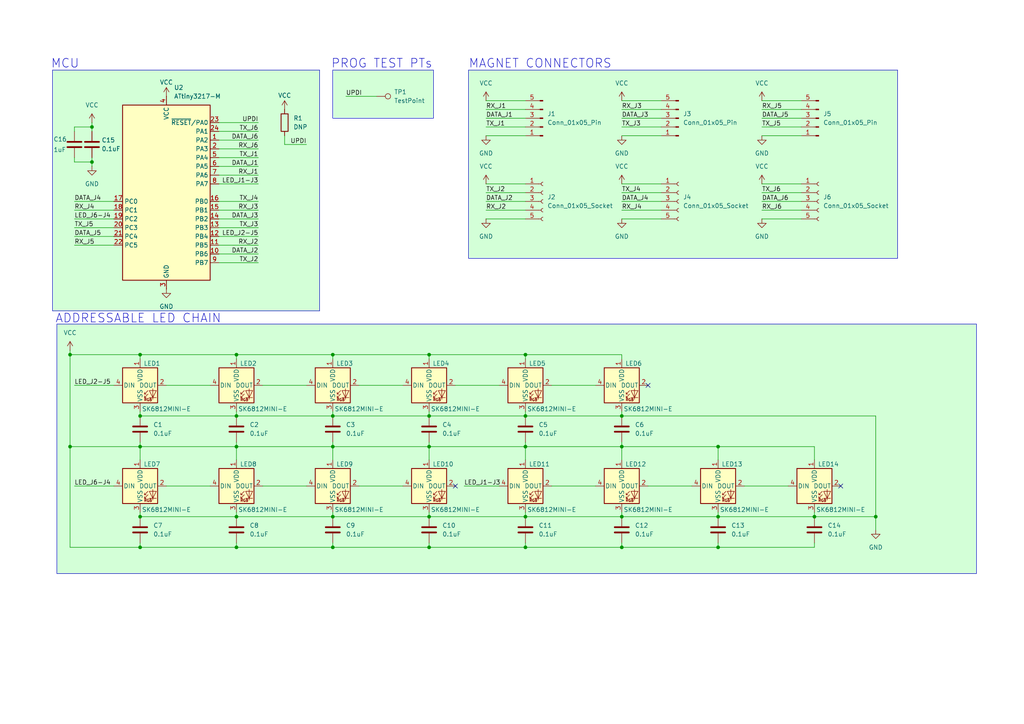
<source format=kicad_sch>
(kicad_sch (version 20231120) (generator "eeschema") (generator_version "8.0")
  (paper "A4")
  (title_block (title "PCB Tile Game") (rev "1.0"))
  (lib_symbols
    (symbol "Connector:Conn_01x05_Pin" (pin_names (offset 1.016) hide)
      (property "Reference" "J" (at 0 7.62 0))
      (property "Value" "Conn_01x05_Pin" (at 0 -7.62 0))
      (symbol "Conn_01x05_Pin_1_1"
        (polyline (pts (xy 1.27 -5.08) (xy 0.8636 -5.08)) (stroke (width 0.1524)))
        (polyline (pts (xy 1.27 -2.54) (xy 0.8636 -2.54)) (stroke (width 0.1524)))
        (polyline (pts (xy 1.27 0) (xy 0.8636 0)) (stroke (width 0.1524)))
        (polyline (pts (xy 1.27 2.54) (xy 0.8636 2.54)) (stroke (width 0.1524)))
        (polyline (pts (xy 1.27 5.08) (xy 0.8636 5.08)) (stroke (width 0.1524)))
        (rectangle (start 0.8636 -4.953) (end 0 -5.207) (stroke (width 0.1524)) (fill (type outline)))
        (rectangle (start 0.8636 -2.413) (end 0 -2.667) (stroke (width 0.1524)) (fill (type outline)))
        (rectangle (start 0.8636 0.127) (end 0 -0.127) (stroke (width 0.1524)) (fill (type outline)))
        (rectangle (start 0.8636 2.667) (end 0 2.413) (stroke (width 0.1524)) (fill (type outline)))
        (rectangle (start 0.8636 5.207) (end 0 4.953) (stroke (width 0.1524)) (fill (type outline)))
        (pin passive line (at 5.08 5.08 180) (length 3.81) (name "Pin_1") (number "1"))
        (pin passive line (at 5.08 2.54 180) (length 3.81) (name "Pin_2") (number "2"))
        (pin passive line (at 5.08 0 180) (length 3.81) (name "Pin_3") (number "3"))
        (pin passive line (at 5.08 -2.54 180) (length 3.81) (name "Pin_4") (number "4"))
        (pin passive line (at 5.08 -5.08 180) (length 3.81) (name "Pin_5") (number "5"))
      )
    )
    (symbol "Connector:Conn_01x05_Socket" (pin_names (offset 1.016) hide)
      (property "Reference" "J" (at 0 7.62 0))
      (property "Value" "Conn_01x05_Socket" (at 0 -7.62 0))
      (symbol "Conn_01x05_Socket_1_1"
        (arc (start 0 -4.572) (mid -0.5058 -5.08) (end 0 -5.588) (stroke (width 0.1524)))
        (arc (start 0 -2.032) (mid -0.5058 -2.54) (end 0 -3.048) (stroke (width 0.1524)))
        (polyline (pts (xy -1.27 -5.08) (xy -0.508 -5.08)) (stroke (width 0.1524)))
        (polyline (pts (xy -1.27 -2.54) (xy -0.508 -2.54)) (stroke (width 0.1524)))
        (polyline (pts (xy -1.27 0) (xy -0.508 0)) (stroke (width 0.1524)))
        (polyline (pts (xy -1.27 2.54) (xy -0.508 2.54)) (stroke (width 0.1524)))
        (polyline (pts (xy -1.27 5.08) (xy -0.508 5.08)) (stroke (width 0.1524)))
        (arc (start 0 0.508) (mid -0.5058 0) (end 0 -0.508) (stroke (width 0.1524)))
        (arc (start 0 3.048) (mid -0.5058 2.54) (end 0 2.032) (stroke (width 0.1524)))
        (arc (start 0 5.588) (mid -0.5058 5.08) (end 0 4.572) (stroke (width 0.1524)))
        (pin passive line (at -5.08 5.08 0) (length 3.81) (name "Pin_1") (number "1"))
        (pin passive line (at -5.08 2.54 0) (length 3.81) (name "Pin_2") (number "2"))
        (pin passive line (at -5.08 0 0) (length 3.81) (name "Pin_3") (number "3"))
        (pin passive line (at -5.08 -2.54 0) (length 3.81) (name "Pin_4") (number "4"))
        (pin passive line (at -5.08 -5.08 0) (length 3.81) (name "Pin_5") (number "5"))
      )
    )
    (symbol "Connector:TestPoint" (pin_numbers hide) (pin_names (offset 0.762) hide)
      (property "Reference" "TP" (at 0 6.858 0))
      (property "Value" "TestPoint" (at 0 5.08 0))
      (symbol "TestPoint_0_1"
        (circle (center 0 3.302) (radius 0.762))
      )
      (symbol "TestPoint_1_1"
        (pin passive line (at 0 0 90) (length 2.54) (name "1") (number "1"))
      )
    )
    (symbol "Device:C" (pin_numbers hide) (pin_names (offset 0.254))
      (property "Reference" "C" (at 0.635 2.54 0))
      (property "Value" "C" (at 0.635 -2.54 0))
      (symbol "C_0_1"
        (polyline (pts (xy -2.032 -0.762) (xy 2.032 -0.762)) (stroke (width 0.508)))
        (polyline (pts (xy -2.032 0.762) (xy 2.032 0.762)) (stroke (width 0.508)))
      )
      (symbol "C_1_1"
        (pin passive line (at 0 3.81 270) (length 2.794) (name "~") (number "1"))
        (pin passive line (at 0 -3.81 90) (length 2.794) (name "~") (number "2"))
      )
    )
    (symbol "Device:R" (pin_numbers hide) (pin_names (offset 0))
      (property "Reference" "R" (at 2.032 0 90))
      (property "Value" "R" (at 0 0 90))
      (symbol "R_0_1"
        (rectangle (start -1.016 -2.54) (end 1.016 2.54) (stroke (width 0.254)))
      )
      (symbol "R_1_1"
        (pin passive line (at 0 3.81 270) (length 1.27) (name "~") (number "1"))
        (pin passive line (at 0 -3.81 90) (length 1.27) (name "~") (number "2"))
      )
    )
    (symbol "MCU_Microchip_ATtiny:ATtiny3217-M"
      (property "Reference" "U" (at -12.7 26.67 0))
      (property "Value" "ATtiny3217-M" (at 2.54 -26.67 0))
      (symbol "ATtiny3217-M_0_1"
        (rectangle (start -12.7 -25.4) (end 12.7 25.4) (stroke (width 0.254)) (fill (type background)))
      )
      (symbol "ATtiny3217-M_1_1"
        (pin bidirectional line (at 15.24 15.24 180) (length 2.54) (name "PA2") (number "1"))
        (pin bidirectional line (at 15.24 -17.78 180) (length 2.54) (name "PB6") (number "10"))
        (pin bidirectional line (at 15.24 -15.24 180) (length 2.54) (name "PB5") (number "11"))
        (pin bidirectional line (at 15.24 -12.7 180) (length 2.54) (name "PB4") (number "12"))
        (pin bidirectional line (at 15.24 -10.16 180) (length 2.54) (name "PB3") (number "13"))
        (pin bidirectional line (at 15.24 -7.62 180) (length 2.54) (name "PB2") (number "14"))
        (pin bidirectional line (at 15.24 -5.08 180) (length 2.54) (name "PB1") (number "15"))
        (pin bidirectional line (at 15.24 -2.54 180) (length 2.54) (name "PB0") (number "16"))
        (pin bidirectional line (at -15.24 -2.54 0) (length 2.54) (name "PC0") (number "17"))
        (pin bidirectional line (at -15.24 -5.08 0) (length 2.54) (name "PC1") (number "18"))
        (pin bidirectional line (at -15.24 -7.62 0) (length 2.54) (name "PC2") (number "19"))
        (pin bidirectional line (at 15.24 12.7 180) (length 2.54) (name "PA3") (number "2"))
        (pin bidirectional line (at -15.24 -10.16 0) (length 2.54) (name "PC3") (number "20"))
        (pin bidirectional line (at -15.24 -12.7 0) (length 2.54) (name "PC4") (number "21"))
        (pin bidirectional line (at -15.24 -15.24 0) (length 2.54) (name "PC5") (number "22"))
        (pin bidirectional line (at 15.24 20.32 180) (length 2.54) (name "~{RESET}/PA0") (number "23"))
        (pin bidirectional line (at 15.24 17.78 180) (length 2.54) (name "PA1") (number "24"))
        (pin passive line (at 0 -27.94 90) (length 2.54) hide (name "GND") (number "25"))
        (pin power_in line (at 0 -27.94 90) (length 2.54) (name "GND") (number "3"))
        (pin power_in line (at 0 27.94 270) (length 2.54) (name "VCC") (number "4"))
        (pin bidirectional line (at 15.24 10.16 180) (length 2.54) (name "PA4") (number "5"))
        (pin bidirectional line (at 15.24 7.62 180) (length 2.54) (name "PA5") (number "6"))
        (pin bidirectional line (at 15.24 5.08 180) (length 2.54) (name "PA6") (number "7"))
        (pin bidirectional line (at 15.24 2.54 180) (length 2.54) (name "PA7") (number "8"))
        (pin bidirectional line (at 15.24 -20.32 180) (length 2.54) (name "PB7") (number "9"))
      )
    )
    (symbol "gupboard40-rescue:SK6812MINI-E-kicad-keyboard-parts" (pin_names (offset 0.254))
      (property "Reference" "D" (at 5.08 5.715 0))
      (property "Value" "kicad-keyboard-parts_SK6812MINI-E" (at 1.27 -5.715 0))
      (symbol "SK6812MINI-E-kicad-keyboard-parts_0_0"
        (text "RGB" (at 2.286 -4.191 0) (effects (font (size 0.762 0.762))))
      )
      (symbol "SK6812MINI-E-kicad-keyboard-parts_0_1"
        (polyline (pts (xy 1.27 -3.556) (xy 1.778 -3.556)))
        (polyline (pts (xy 1.27 -2.54) (xy 1.778 -2.54)))
        (polyline (pts (xy 4.699 -3.556) (xy 2.667 -3.556)))
        (polyline (pts (xy 2.286 -2.54) (xy 1.27 -3.556) (xy 1.27 -3.048)))
        (polyline (pts (xy 2.286 -1.524) (xy 1.27 -2.54) (xy 1.27 -2.032)))
        (polyline (pts (xy 3.683 -1.016) (xy 3.683 -3.556) (xy 3.683 -4.064)))
        (polyline (pts (xy 4.699 -1.524) (xy 2.667 -1.524) (xy 3.683 -3.556) (xy 4.699 -1.524)))
        (rectangle (start 5.08 5.08) (end -5.08 -5.08) (stroke (width 0.254)) (fill (type background)))
      )
      (symbol "SK6812MINI-E-kicad-keyboard-parts_1_1"
        (pin power_in line (at 0 7.62 270) (length 2.54) (name "VDD") (number "1"))
        (pin output line (at 7.62 0 180) (length 2.54) (name "DOUT") (number "2"))
        (pin power_in line (at 0 -7.62 90) (length 2.54) (name "VSS") (number "3"))
        (pin input line (at -7.62 0 0) (length 2.54) (name "DIN") (number "4"))
      )
    )
    (symbol "power:GND" (power) (pin_numbers hide) (pin_names (offset 0) hide)
      (property "Value" "GND" (at 0 -3.81 0))
      (symbol "GND_0_1"
        (polyline (pts (xy 0 0) (xy 0 -1.27) (xy 1.27 -1.27) (xy 0 -2.54) (xy -1.27 -1.27) (xy 0 -1.27)))
      )
      (symbol "GND_1_1"
        (pin power_in line (at 0 0 270) (length 0) (name "~") (number "1"))
      )
    )
    (symbol "power:VCC" (power) (pin_numbers hide) (pin_names (offset 0) hide)
      (property "Value" "VCC" (at 0 3.556 0))
      (symbol "VCC_0_1"
        (polyline (pts (xy -0.762 1.27) (xy 0 2.54)))
        (polyline (pts (xy 0 0) (xy 0 2.54)))
        (polyline (pts (xy 0 2.54) (xy 0.762 1.27)))
      )
      (symbol "VCC_1_1"
        (pin power_in line (at 0 0 90) (length 0) (name "~") (number "1"))
      )
    )
  )
  (junction (at 124.46 102.87))
  (junction (at 40.64 102.87))
  (junction (at 152.4 158.75))
  (junction (at 152.4 102.87))
  (junction (at 152.4 120.65))
  (junction (at 26.67 46.99))
  (junction (at 68.58 129.54))
  (junction (at 96.52 158.75))
  (junction (at 68.58 158.75))
  (junction (at 180.34 149.86))
  (junction (at 208.28 158.75))
  (junction (at 96.52 149.86))
  (junction (at 40.64 149.86))
  (junction (at 124.46 129.54))
  (junction (at 124.46 158.75))
  (junction (at 68.58 102.87))
  (junction (at 96.52 102.87))
  (junction (at 20.32 129.54))
  (junction (at 40.64 129.54))
  (junction (at 68.58 149.86))
  (junction (at 236.22 149.86))
  (junction (at 40.64 120.65))
  (junction (at 124.46 120.65))
  (junction (at 20.32 102.87))
  (junction (at 96.52 120.65))
  (junction (at 96.52 129.54))
  (junction (at 180.34 120.65))
  (junction (at 180.34 129.54))
  (junction (at 208.28 129.54))
  (junction (at 124.46 149.86))
  (junction (at 254 149.86))
  (junction (at 26.67 36.83))
  (junction (at 152.4 149.86))
  (junction (at 68.58 120.65))
  (junction (at 208.28 149.86))
  (junction (at 40.64 158.75))
  (junction (at 152.4 129.54))
  (junction (at 180.34 158.75))
  (no_connect (at 187.96 111.76))
  (no_connect (at 243.84 140.97))
  (no_connect (at 132.08 140.97))
  (wire (pts (xy 208.28 129.54) (xy 208.28 133.35)))
  (wire (pts (xy 40.64 129.54) (xy 68.58 129.54)))
  (wire (pts (xy 40.64 102.87) (xy 68.58 102.87)))
  (wire (pts (xy 180.34 34.29) (xy 191.77 34.29)))
  (wire (pts (xy 26.67 48.26) (xy 26.67 46.99)))
  (wire (pts (xy 68.58 119.38) (xy 68.58 120.65)))
  (wire (pts (xy 63.5 63.5) (xy 74.93 63.5)))
  (wire (pts (xy 63.5 40.64) (xy 74.93 40.64)))
  (wire (pts (xy 236.22 148.59) (xy 236.22 149.86)))
  (wire (pts (xy 140.97 36.83) (xy 152.4 36.83)))
  (wire (pts (xy 124.46 119.38) (xy 124.46 120.65)))
  (wire (pts (xy 180.34 102.87) (xy 180.34 104.14)))
  (wire (pts (xy 152.4 158.75) (xy 180.34 158.75)))
  (wire (pts (xy 21.59 66.04) (xy 33.02 66.04)))
  (wire (pts (xy 124.46 102.87) (xy 152.4 102.87)))
  (wire (pts (xy 40.64 120.65) (xy 68.58 120.65)))
  (wire (pts (xy 208.28 148.59) (xy 208.28 149.86)))
  (wire (pts (xy 20.32 102.87) (xy 40.64 102.87)))
  (wire (pts (xy 63.5 53.34) (xy 74.93 53.34)))
  (wire (pts (xy 21.59 63.5) (xy 33.02 63.5)))
  (wire (pts (xy 124.46 128.27) (xy 124.46 129.54)))
  (wire (pts (xy 20.32 158.75) (xy 20.32 129.54)))
  (wire (pts (xy 63.5 58.42) (xy 74.93 58.42)))
  (wire (pts (xy 68.58 129.54) (xy 96.52 129.54)))
  (wire (pts (xy 40.64 120.65) (xy 40.64 119.38)))
  (wire (pts (xy 63.5 43.18) (xy 74.93 43.18)))
  (wire (pts (xy 63.5 60.96) (xy 74.93 60.96)))
  (wire (pts (xy 21.59 36.83) (xy 21.59 38.1)))
  (wire (pts (xy 96.52 129.54) (xy 124.46 129.54)))
  (wire (pts (xy 140.97 53.34) (xy 152.4 53.34)))
  (wire (pts (xy 40.64 148.59) (xy 40.64 149.86)))
  (wire (pts (xy 63.5 48.26) (xy 74.93 48.26)))
  (wire (pts (xy 40.64 129.54) (xy 40.64 133.35)))
  (wire (pts (xy 124.46 129.54) (xy 152.4 129.54)))
  (wire (pts (xy 63.5 45.72) (xy 74.93 45.72)))
  (wire (pts (xy 180.34 120.65) (xy 254 120.65)))
  (wire (pts (xy 152.4 149.86) (xy 180.34 149.86)))
  (wire (pts (xy 236.22 158.75) (xy 236.22 157.48)))
  (wire (pts (xy 96.52 158.75) (xy 124.46 158.75)))
  (wire (pts (xy 152.4 120.65) (xy 180.34 120.65)))
  (wire (pts (xy 63.5 73.66) (xy 74.93 73.66)))
  (wire (pts (xy 21.59 60.96) (xy 33.02 60.96)))
  (wire (pts (xy 96.52 120.65) (xy 124.46 120.65)))
  (wire (pts (xy 208.28 149.86) (xy 236.22 149.86)))
  (wire (pts (xy 124.46 148.59) (xy 124.46 149.86)))
  (wire (pts (xy 220.98 34.29) (xy 232.41 34.29)))
  (wire (pts (xy 140.97 31.75) (xy 152.4 31.75)))
  (wire (pts (xy 140.97 55.88) (xy 152.4 55.88)))
  (wire (pts (xy 40.64 158.75) (xy 68.58 158.75)))
  (wire (pts (xy 124.46 129.54) (xy 124.46 133.35)))
  (wire (pts (xy 180.34 36.83) (xy 191.77 36.83)))
  (wire (pts (xy 21.59 71.12) (xy 33.02 71.12)))
  (wire (pts (xy 21.59 36.83) (xy 26.67 36.83)))
  (wire (pts (xy 96.52 102.87) (xy 96.52 104.14)))
  (wire (pts (xy 76.2 140.97) (xy 88.9 140.97)))
  (wire (pts (xy 160.02 111.76) (xy 172.72 111.76)))
  (wire (pts (xy 26.67 46.99) (xy 21.59 46.99)))
  (wire (pts (xy 100.33 27.94) (xy 109.22 27.94)))
  (wire (pts (xy 180.34 129.54) (xy 180.34 128.27)))
  (wire (pts (xy 124.46 120.65) (xy 152.4 120.65)))
  (wire (pts (xy 180.34 149.86) (xy 208.28 149.86)))
  (wire (pts (xy 124.46 149.86) (xy 152.4 149.86)))
  (wire (pts (xy 40.64 129.54) (xy 20.32 129.54)))
  (wire (pts (xy 26.67 46.99) (xy 26.67 45.72)))
  (wire (pts (xy 63.5 76.2) (xy 74.93 76.2)))
  (wire (pts (xy 220.98 31.75) (xy 232.41 31.75)))
  (wire (pts (xy 68.58 102.87) (xy 68.58 104.14)))
  (wire (pts (xy 68.58 102.87) (xy 96.52 102.87)))
  (wire (pts (xy 160.02 140.97) (xy 172.72 140.97)))
  (wire (pts (xy 124.46 102.87) (xy 124.46 104.14)))
  (wire (pts (xy 21.59 111.76) (xy 33.02 111.76)))
  (wire (pts (xy 152.4 129.54) (xy 180.34 129.54)))
  (wire (pts (xy 220.98 29.21) (xy 232.41 29.21)))
  (wire (pts (xy 104.14 111.76) (xy 116.84 111.76)))
  (wire (pts (xy 21.59 68.58) (xy 33.02 68.58)))
  (wire (pts (xy 68.58 120.65) (xy 96.52 120.65)))
  (wire (pts (xy 134.62 140.97) (xy 144.78 140.97)))
  (wire (pts (xy 68.58 158.75) (xy 68.58 157.48)))
  (wire (pts (xy 40.64 158.75) (xy 40.64 157.48)))
  (wire (pts (xy 96.52 158.75) (xy 96.52 157.48)))
  (wire (pts (xy 208.28 129.54) (xy 236.22 129.54)))
  (wire (pts (xy 76.2 111.76) (xy 88.9 111.76)))
  (wire (pts (xy 140.97 39.37) (xy 152.4 39.37)))
  (wire (pts (xy 48.26 140.97) (xy 60.96 140.97)))
  (wire (pts (xy 140.97 58.42) (xy 152.4 58.42)))
  (wire (pts (xy 21.59 58.42) (xy 33.02 58.42)))
  (wire (pts (xy 180.34 158.75) (xy 208.28 158.75)))
  (wire (pts (xy 180.34 119.38) (xy 180.34 120.65)))
  (wire (pts (xy 96.52 148.59) (xy 96.52 149.86)))
  (wire (pts (xy 20.32 102.87) (xy 20.32 129.54)))
  (wire (pts (xy 180.34 60.96) (xy 191.77 60.96)))
  (wire (pts (xy 254 120.65) (xy 254 149.86)))
  (wire (pts (xy 180.34 63.5) (xy 191.77 63.5)))
  (wire (pts (xy 180.34 129.54) (xy 208.28 129.54)))
  (wire (pts (xy 140.97 60.96) (xy 152.4 60.96)))
  (wire (pts (xy 96.52 129.54) (xy 96.52 133.35)))
  (wire (pts (xy 180.34 39.37) (xy 191.77 39.37)))
  (wire (pts (xy 20.32 102.87) (xy 20.32 101.6)))
  (wire (pts (xy 96.52 128.27) (xy 96.52 129.54)))
  (wire (pts (xy 152.4 158.75) (xy 152.4 157.48)))
  (wire (pts (xy 220.98 63.5) (xy 232.41 63.5)))
  (wire (pts (xy 180.34 53.34) (xy 191.77 53.34)))
  (wire (pts (xy 40.64 158.75) (xy 20.32 158.75)))
  (wire (pts (xy 63.5 68.58) (xy 74.93 68.58)))
  (wire (pts (xy 48.26 111.76) (xy 60.96 111.76)))
  (wire (pts (xy 124.46 158.75) (xy 152.4 158.75)))
  (wire (pts (xy 140.97 34.29) (xy 152.4 34.29)))
  (wire (pts (xy 63.5 71.12) (xy 74.93 71.12)))
  (wire (pts (xy 124.46 158.75) (xy 124.46 157.48)))
  (wire (pts (xy 40.64 128.27) (xy 40.64 129.54)))
  (wire (pts (xy 68.58 149.86) (xy 96.52 149.86)))
  (wire (pts (xy 68.58 128.27) (xy 68.58 129.54)))
  (wire (pts (xy 220.98 36.83) (xy 232.41 36.83)))
  (wire (pts (xy 220.98 53.34) (xy 232.41 53.34)))
  (wire (pts (xy 180.34 31.75) (xy 191.77 31.75)))
  (wire (pts (xy 220.98 60.96) (xy 232.41 60.96)))
  (wire (pts (xy 96.52 149.86) (xy 124.46 149.86)))
  (wire (pts (xy 180.34 129.54) (xy 180.34 133.35)))
  (wire (pts (xy 220.98 39.37) (xy 232.41 39.37)))
  (wire (pts (xy 152.4 148.59) (xy 152.4 149.86)))
  (wire (pts (xy 68.58 129.54) (xy 68.58 133.35)))
  (wire (pts (xy 215.9 140.97) (xy 228.6 140.97)))
  (wire (pts (xy 180.34 148.59) (xy 180.34 149.86)))
  (wire (pts (xy 220.98 58.42) (xy 232.41 58.42)))
  (wire (pts (xy 63.5 35.56) (xy 74.93 35.56)))
  (wire (pts (xy 96.52 102.87) (xy 124.46 102.87)))
  (wire (pts (xy 63.5 66.04) (xy 74.93 66.04)))
  (wire (pts (xy 187.96 140.97) (xy 200.66 140.97)))
  (wire (pts (xy 152.4 119.38) (xy 152.4 120.65)))
  (wire (pts (xy 236.22 149.86) (xy 254 149.86)))
  (wire (pts (xy 152.4 129.54) (xy 152.4 128.27)))
  (wire (pts (xy 40.64 102.87) (xy 40.64 104.14)))
  (wire (pts (xy 236.22 133.35) (xy 236.22 129.54)))
  (wire (pts (xy 152.4 129.54) (xy 152.4 133.35)))
  (wire (pts (xy 26.67 35.56) (xy 26.67 36.83)))
  (wire (pts (xy 68.58 148.59) (xy 68.58 149.86)))
  (wire (pts (xy 96.52 119.38) (xy 96.52 120.65)))
  (wire (pts (xy 180.34 55.88) (xy 191.77 55.88)))
  (wire (pts (xy 63.5 50.8) (xy 74.93 50.8)))
  (wire (pts (xy 180.34 58.42) (xy 191.77 58.42)))
  (wire (pts (xy 74.93 38.1) (xy 63.5 38.1)))
  (wire (pts (xy 40.64 149.86) (xy 68.58 149.86)))
  (wire (pts (xy 21.59 140.97) (xy 33.02 140.97)))
  (wire (pts (xy 208.28 158.75) (xy 236.22 158.75)))
  (wire (pts (xy 82.55 41.91) (xy 82.55 39.37)))
  (wire (pts (xy 220.98 55.88) (xy 232.41 55.88)))
  (wire (pts (xy 68.58 158.75) (xy 96.52 158.75)))
  (wire (pts (xy 88.9 41.91) (xy 82.55 41.91)))
  (wire (pts (xy 180.34 29.21) (xy 191.77 29.21)))
  (wire (pts (xy 152.4 102.87) (xy 180.34 102.87)))
  (wire (pts (xy 21.59 46.99) (xy 21.59 45.72)))
  (wire (pts (xy 26.67 36.83) (xy 26.67 38.1)))
  (wire (pts (xy 132.08 111.76) (xy 144.78 111.76)))
  (wire (pts (xy 104.14 140.97) (xy 116.84 140.97)))
  (wire (pts (xy 180.34 158.75) (xy 180.34 157.48)))
  (wire (pts (xy 254 149.86) (xy 254 153.67)))
  (wire (pts (xy 140.97 63.5) (xy 152.4 63.5)))
  (wire (pts (xy 152.4 102.87) (xy 152.4 104.14)))
  (wire (pts (xy 208.28 158.75) (xy 208.28 157.48)))
  (wire (pts (xy 140.97 29.21) (xy 152.4 29.21)))
  (rectangle (start 16.51 93.98) (end 283.21 166.37) (fill (type color) (color 211 255 215 1)))
  (rectangle (start 15.24 20.32) (end 92.71 90.17) (fill (type color) (color 211 255 215 1)))
  (rectangle (start 135.89 20.32) (end 260.35 74.93) (fill (type color) (color 211 255 215 1)))
  (rectangle (start 96.52 20.32) (end 125.73 34.29) (fill (type color) (color 211 255 215 1)))
  (text "PROG TEST PTs" (at 96.012 18.542 0) (effects (font (size 2.54 2.54)) (justify left)))
  (text "MCU" (at 14.732 18.542 0) (effects (font (size 2.54 2.54)) (justify left)))
  (text "ADDRESSABLE LED CHAIN" (at 16.002 92.456 0) (effects (font (size 2.54 2.54)) (justify left)))
  (text "MAGNET CONNECTORS" (at 135.89 18.542 0) (effects (font (size 2.54 2.54)) (justify left)))
  (label "RX_J1" (at 140.97 31.75 0))
  (label "TX_J5" (at 21.59 66.04 0))
  (label "RX_J3" (at 74.93 60.96 180))
  (label "DATA_J4" (at 21.59 58.42 0))
  (label "TX_J1" (at 74.93 45.72 180))
  (label "UPDI" (at 74.93 35.56 180))
  (label "RX_J6" (at 74.93 43.18 180))
  (label "DATA_J5" (at 220.98 34.29 0))
  (label "LED_J6-J4" (at 21.59 140.97 0))
  (label "TX_J6" (at 74.93 38.1 180))
  (label "DATA_J5" (at 21.59 68.58 0))
  (label "RX_J6" (at 220.98 60.96 0))
  (label "RX_J5" (at 21.59 71.12 0))
  (label "DATA_J1" (at 74.93 48.26 180))
  (label "LED_J1-J3" (at 74.93 53.34 180))
  (label "DATA_J2" (at 74.93 73.66 180))
  (label "UPDI" (at 88.9 41.91 180))
  (label "DATA_J3" (at 180.34 34.29 0))
  (label "DATA_J4" (at 180.34 58.42 0))
  (label "RX_J4" (at 21.59 60.96 0))
  (label "DATA_J1" (at 140.97 34.29 0))
  (label "RX_J2" (at 140.97 60.96 0))
  (label "LED_J1-J3" (at 134.62 140.97 0))
  (label "DATA_J2" (at 140.97 58.42 0))
  (label "LED_J6-J4" (at 21.59 63.5 0))
  (label "RX_J4" (at 180.34 60.96 0))
  (label "DATA_J6" (at 220.98 58.42 0))
  (label "RX_J2" (at 74.93 71.12 180))
  (label "LED_J2-J5" (at 21.59 111.76 0))
  (label "TX_J1" (at 140.97 36.83 0))
  (label "TX_J4" (at 180.34 55.88 0))
  (label "TX_J3" (at 180.34 36.83 0))
  (label "RX_J3" (at 180.34 31.75 0))
  (label "TX_J2" (at 140.97 55.88 0))
  (label "RX_J1" (at 74.93 50.8 180))
  (label "LED_J2-J5" (at 74.93 68.58 180))
  (label "TX_J2" (at 74.93 76.2 180))
  (label "TX_J6" (at 220.98 55.88 0))
  (label "TX_J3" (at 74.93 66.04 180))
  (label "UPDI" (at 100.33 27.94 0))
  (label "DATA_J3" (at 74.93 63.5 180))
  (label "TX_J5" (at 220.98 36.83 0))
  (label "TX_J4" (at 74.93 58.42 180))
  (label "RX_J5" (at 220.98 31.75 0))
  (label "DATA_J6" (at 74.93 40.64 180))
  (symbol (lib_id "Connector:TestPoint") (at 109.22 27.94 270) (unit 1)
    (property "Reference" "TP1" (at 114.3 26.6699 90) (effects (justify left)))
    (property "Value" "TestPoint" (at 114.3 29.2099 90) (effects (justify left)))
    (property "Footprint" "TestPoint:TestPoint_Pad_2.0x2.0mm" (effects (hide yes)))
    (property "Description" "test point" (effects (hide yes)))
  )
  (symbol (lib_id "power:GND") (at 140.97 63.5 0) (unit 1)
    (property "Reference" "#PWR04" (effects (hide yes)))
    (property "Value" "GND" (at 140.97 68.58 0))
    (property "Description" "Power symbol creates a global label with name \"GND\" , ground" (effects (hide yes)))
  )
  (symbol (lib_id "power:VCC") (at 26.67 35.56 0) (unit 1)
    (property "Reference" "#PWR015" (effects (hide yes)))
    (property "Value" "VCC" (at 26.67 30.48 0))
    (property "Description" "Power symbol creates a global label with name \"VCC\"" (effects (hide yes)))
  )
  (symbol (lib_id "power:GND") (at 140.97 39.37 0) (unit 1)
    (property "Reference" "#PWR02" (effects (hide yes)))
    (property "Value" "GND" (at 140.97 44.45 0))
    (property "Description" "Power symbol creates a global label with name \"GND\" , ground" (effects (hide yes)))
  )
  (symbol (lib_id "gupboard40-rescue:SK6812MINI-E-kicad-keyboard-parts") (at 40.64 140.97 0) (unit 1)
    (property "Reference" "LED7" (at 41.656 134.62 0) (effects (justify left)))
    (property "Value" "SK6812MINI-E" (at 41.148 147.828 0) (effects (justify left)))
    (property "Footprint" "kicad-keyboard-parts:SK6812MINI-E" (effects (hide yes)))
    (property "Datasheet" "https://cdn-shop.adafruit.com/product-files/2686/SK6812MINI_REV.01-1-2.pdf" (effects (hide yes)))
    (property "DigiKey Part Number" "1528-4960-ND" (effects (hide yes)))
  )
  (symbol (lib_id "power:VCC") (at 220.98 29.21 0) (unit 1)
    (property "Reference" "#PWR09" (effects (hide yes)))
    (property "Value" "VCC" (at 220.98 24.13 0))
    (property "Description" "Power symbol creates a global label with name \"VCC\"" (effects (hide yes)))
  )
  (symbol (lib_id "Device:C") (at 40.64 124.46 0) (unit 1)
    (property "Reference" "C1" (at 44.45 123.1899 0) (effects (justify left)))
    (property "Value" "0.1uF" (at 44.45 125.7299 0) (effects (justify left)))
    (property "Footprint" "Capacitor_SMD:C_0603_1608Metric_Pad1.08x0.95mm_HandSolder" (effects (hide yes)))
    (property "Description" "Unpolarized capacitor" (effects (hide yes)))
  )
  (symbol (lib_id "power:VCC") (at 180.34 29.21 0) (unit 1)
    (property "Reference" "#PWR05" (effects (hide yes)))
    (property "Value" "VCC" (at 180.34 24.13 0))
    (property "Description" "Power symbol creates a global label with name \"VCC\"" (effects (hide yes)))
  )
  (symbol (lib_id "Device:C") (at 124.46 153.67 0) (unit 1)
    (property "Reference" "C10" (at 128.27 152.3999 0) (effects (justify left)))
    (property "Value" "0.1uF" (at 128.27 154.9399 0) (effects (justify left)))
    (property "Footprint" "Capacitor_SMD:C_0603_1608Metric_Pad1.08x0.95mm_HandSolder" (effects (hide yes)))
    (property "Description" "Unpolarized capacitor" (effects (hide yes)))
  )
  (symbol (lib_id "power:GND") (at 180.34 63.5 0) (unit 1)
    (property "Reference" "#PWR08" (effects (hide yes)))
    (property "Value" "GND" (at 180.34 68.58 0))
    (property "Description" "Power symbol creates a global label with name \"GND\" , ground" (effects (hide yes)))
  )
  (symbol (lib_id "Device:C") (at 40.64 153.67 0) (unit 1)
    (property "Reference" "C7" (at 44.45 152.3999 0) (effects (justify left)))
    (property "Value" "0.1uF" (at 44.45 154.9399 0) (effects (justify left)))
    (property "Footprint" "Capacitor_SMD:C_0603_1608Metric_Pad1.08x0.95mm_HandSolder" (effects (hide yes)))
    (property "Description" "Unpolarized capacitor" (effects (hide yes)))
  )
  (symbol (lib_id "Connector:Conn_01x05_Socket") (at 157.48 58.42 0) (unit 1)
    (property "Reference" "J2" (at 158.75 57.1499 0) (effects (justify left)))
    (property "Value" "Conn_01x05_Socket" (at 158.75 59.6899 0) (effects (justify left)))
    (property "Footprint" "ProjectLibrary:PinSocket_1x05_P2.54mm_Vertical" (effects (hide yes)))
    (property "Description" "Generic connector, single row, 01x05, script generated" (effects (hide yes)))
  )
  (symbol (lib_id "gupboard40-rescue:SK6812MINI-E-kicad-keyboard-parts") (at 96.52 111.76 0) (unit 1)
    (property "Reference" "LED3" (at 97.536 105.41 0) (effects (justify left)))
    (property "Value" "SK6812MINI-E" (at 97.028 118.618 0) (effects (justify left)))
    (property "Footprint" "kicad-keyboard-parts:SK6812MINI-E" (effects (hide yes)))
    (property "Datasheet" "https://cdn-shop.adafruit.com/product-files/2686/SK6812MINI_REV.01-1-2.pdf" (effects (hide yes)))
    (property "DigiKey Part Number" "1528-4960-ND" (effects (hide yes)))
  )
  (symbol (lib_id "Device:C") (at 21.59 41.91 0) (unit 1)
    (property "Reference" "C16" (at 15.494 40.386 0) (effects (justify left)))
    (property "Value" "1uF" (at 15.494 43.434 0) (effects (justify left)))
    (property "Footprint" "Capacitor_SMD:C_0603_1608Metric_Pad1.08x0.95mm_HandSolder" (effects (hide yes)))
    (property "Description" "Unpolarized capacitor" (effects (hide yes)))
  )
  (symbol (lib_id "gupboard40-rescue:SK6812MINI-E-kicad-keyboard-parts") (at 68.58 111.76 0) (unit 1)
    (property "Reference" "LED2" (at 69.596 105.41 0) (effects (justify left)))
    (property "Value" "SK6812MINI-E" (at 69.088 118.618 0) (effects (justify left)))
    (property "Footprint" "kicad-keyboard-parts:SK6812MINI-E" (effects (hide yes)))
    (property "Datasheet" "https://cdn-shop.adafruit.com/product-files/2686/SK6812MINI_REV.01-1-2.pdf" (effects (hide yes)))
    (property "DigiKey Part Number" "1528-4960-ND" (effects (hide yes)))
  )
  (symbol (lib_id "gupboard40-rescue:SK6812MINI-E-kicad-keyboard-parts") (at 180.34 111.76 0) (unit 1)
    (property "Reference" "LED6" (at 181.356 105.41 0) (effects (justify left)))
    (property "Value" "SK6812MINI-E" (at 180.848 118.618 0) (effects (justify left)))
    (property "Footprint" "kicad-keyboard-parts:SK6812MINI-E" (effects (hide yes)))
    (property "Datasheet" "https://cdn-shop.adafruit.com/product-files/2686/SK6812MINI_REV.01-1-2.pdf" (effects (hide yes)))
    (property "DigiKey Part Number" "1528-4960-ND" (effects (hide yes)))
  )
  (symbol (lib_id "power:GND") (at 254 153.67 0) (unit 1)
    (property "Reference" "#PWR019" (effects (hide yes)))
    (property "Value" "GND" (at 254 158.75 0))
    (property "Description" "Power symbol creates a global label with name \"GND\" , ground" (effects (hide yes)))
  )
  (symbol (lib_id "power:GND") (at 220.98 63.5 0) (unit 1)
    (property "Reference" "#PWR012" (effects (hide yes)))
    (property "Value" "GND" (at 220.98 68.58 0))
    (property "Description" "Power symbol creates a global label with name \"GND\" , ground" (effects (hide yes)))
  )
  (symbol (lib_id "gupboard40-rescue:SK6812MINI-E-kicad-keyboard-parts") (at 40.64 111.76 0) (unit 1)
    (property "Reference" "LED1" (at 41.656 105.41 0) (effects (justify left)))
    (property "Value" "SK6812MINI-E" (at 41.148 118.618 0) (effects (justify left)))
    (property "Footprint" "kicad-keyboard-parts:SK6812MINI-E" (effects (hide yes)))
    (property "Datasheet" "https://cdn-shop.adafruit.com/product-files/2686/SK6812MINI_REV.01-1-2.pdf" (effects (hide yes)))
    (property "DigiKey Part Number" "1528-4960-ND" (effects (hide yes)))
  )
  (symbol (lib_id "power:VCC") (at 48.26 27.94 0) (unit 1)
    (property "Reference" "#PWR013" (effects (hide yes)))
    (property "Value" "VCC" (at 48.26 23.876 0))
    (property "Description" "Power symbol creates a global label with name \"VCC\"" (effects (hide yes)))
  )
  (symbol (lib_id "power:VCC") (at 20.32 101.6 0) (unit 1)
    (property "Reference" "#PWR020" (effects (hide yes)))
    (property "Value" "VCC" (at 20.32 96.52 0))
    (property "Description" "Power symbol creates a global label with name \"VCC\"" (effects (hide yes)))
  )
  (symbol (lib_id "Device:C") (at 152.4 124.46 0) (unit 1)
    (property "Reference" "C5" (at 156.21 123.1899 0) (effects (justify left)))
    (property "Value" "0.1uF" (at 156.21 125.7299 0) (effects (justify left)))
    (property "Footprint" "Capacitor_SMD:C_0603_1608Metric_Pad1.08x0.95mm_HandSolder" (effects (hide yes)))
    (property "Description" "Unpolarized capacitor" (effects (hide yes)))
  )
  (symbol (lib_id "Device:C") (at 96.52 153.67 0) (unit 1)
    (property "Reference" "C9" (at 100.33 152.3999 0) (effects (justify left)))
    (property "Value" "0.1uF" (at 100.33 154.9399 0) (effects (justify left)))
    (property "Footprint" "Capacitor_SMD:C_0603_1608Metric_Pad1.08x0.95mm_HandSolder" (effects (hide yes)))
    (property "Description" "Unpolarized capacitor" (effects (hide yes)))
  )
  (symbol (lib_id "Connector:Conn_01x05_Pin") (at 237.49 34.29 180) (unit 1)
    (property "Reference" "J5" (at 238.76 33.0199 0) (effects (justify right)))
    (property "Value" "Conn_01x05_Pin" (at 238.76 35.5599 0) (effects (justify right)))
    (property "Footprint" "ProjectLibrary:PinHeader_1x05_P2.54mm_Vertical" (effects (hide yes)))
    (property "Description" "Generic connector, single row, 01x05, script generated" (effects (hide yes)))
  )
  (symbol (lib_id "gupboard40-rescue:SK6812MINI-E-kicad-keyboard-parts") (at 236.22 140.97 0) (unit 1)
    (property "Reference" "LED14" (at 237.236 134.62 0) (effects (justify left)))
    (property "Value" "SK6812MINI-E" (at 236.728 147.828 0) (effects (justify left)))
    (property "Footprint" "kicad-keyboard-parts:SK6812MINI-E" (effects (hide yes)))
    (property "Datasheet" "https://cdn-shop.adafruit.com/product-files/2686/SK6812MINI_REV.01-1-2.pdf" (effects (hide yes)))
    (property "DigiKey Part Number" "1528-4960-ND" (effects (hide yes)))
  )
  (symbol (lib_id "gupboard40-rescue:SK6812MINI-E-kicad-keyboard-parts") (at 180.34 140.97 0) (unit 1)
    (property "Reference" "LED12" (at 181.356 134.62 0) (effects (justify left)))
    (property "Value" "SK6812MINI-E" (at 180.848 147.828 0) (effects (justify left)))
    (property "Footprint" "kicad-keyboard-parts:SK6812MINI-E" (effects (hide yes)))
    (property "Datasheet" "https://cdn-shop.adafruit.com/product-files/2686/SK6812MINI_REV.01-1-2.pdf" (effects (hide yes)))
    (property "DigiKey Part Number" "1528-4960-ND" (effects (hide yes)))
  )
  (symbol (lib_id "power:GND") (at 220.98 39.37 0) (unit 1)
    (property "Reference" "#PWR010" (effects (hide yes)))
    (property "Value" "GND" (at 220.98 44.45 0))
    (property "Description" "Power symbol creates a global label with name \"GND\" , ground" (effects (hide yes)))
  )
  (symbol (lib_id "power:GND") (at 48.26 83.82 0) (unit 1)
    (property "Reference" "#PWR014" (effects (hide yes)))
    (property "Value" "GND" (at 48.26 88.9 0))
    (property "Description" "Power symbol creates a global label with name \"GND\" , ground" (effects (hide yes)))
  )
  (symbol (lib_id "Device:C") (at 208.28 153.67 0) (unit 1)
    (property "Reference" "C13" (at 212.09 152.3999 0) (effects (justify left)))
    (property "Value" "0.1uF" (at 212.09 154.9399 0) (effects (justify left)))
    (property "Footprint" "Capacitor_SMD:C_0603_1608Metric_Pad1.08x0.95mm_HandSolder" (effects (hide yes)))
    (property "Description" "Unpolarized capacitor" (effects (hide yes)))
  )
  (symbol (lib_id "Connector:Conn_01x05_Socket") (at 196.85 58.42 0) (unit 1)
    (property "Reference" "J4" (at 198.12 57.1499 0) (effects (justify left)))
    (property "Value" "Conn_01x05_Socket" (at 198.12 59.6899 0) (effects (justify left)))
    (property "Footprint" "ProjectLibrary:PinSocket_1x05_P2.54mm_Vertical" (effects (hide yes)))
    (property "Description" "Generic connector, single row, 01x05, script generated" (effects (hide yes)))
  )
  (symbol (lib_id "Device:C") (at 96.52 124.46 0) (unit 1)
    (property "Reference" "C3" (at 100.33 123.1899 0) (effects (justify left)))
    (property "Value" "0.1uF" (at 100.33 125.7299 0) (effects (justify left)))
    (property "Footprint" "Capacitor_SMD:C_0603_1608Metric_Pad1.08x0.95mm_HandSolder" (effects (hide yes)))
    (property "Description" "Unpolarized capacitor" (effects (hide yes)))
  )
  (symbol (lib_id "power:VCC") (at 220.98 53.34 0) (unit 1)
    (property "Reference" "#PWR011" (effects (hide yes)))
    (property "Value" "VCC" (at 220.98 48.26 0))
    (property "Description" "Power symbol creates a global label with name \"VCC\"" (effects (hide yes)))
  )
  (symbol (lib_id "Connector:Conn_01x05_Socket") (at 237.49 58.42 0) (unit 1)
    (property "Reference" "J6" (at 238.76 57.1499 0) (effects (justify left)))
    (property "Value" "Conn_01x05_Socket" (at 238.76 59.6899 0) (effects (justify left)))
    (property "Footprint" "ProjectLibrary:PinSocket_1x05_P2.54mm_Vertical" (effects (hide yes)))
    (property "Description" "Generic connector, single row, 01x05, script generated" (effects (hide yes)))
  )
  (symbol (lib_id "power:VCC") (at 140.97 53.34 0) (unit 1)
    (property "Reference" "#PWR03" (effects (hide yes)))
    (property "Value" "VCC" (at 140.97 48.26 0))
    (property "Description" "Power symbol creates a global label with name \"VCC\"" (effects (hide yes)))
  )
  (symbol (lib_id "gupboard40-rescue:SK6812MINI-E-kicad-keyboard-parts") (at 152.4 140.97 0) (unit 1)
    (property "Reference" "LED11" (at 153.416 134.62 0) (effects (justify left)))
    (property "Value" "SK6812MINI-E" (at 152.908 147.828 0) (effects (justify left)))
    (property "Footprint" "kicad-keyboard-parts:SK6812MINI-E" (effects (hide yes)))
    (property "Datasheet" "https://cdn-shop.adafruit.com/product-files/2686/SK6812MINI_REV.01-1-2.pdf" (effects (hide yes)))
    (property "DigiKey Part Number" "1528-4960-ND" (effects (hide yes)))
  )
  (symbol (lib_id "Device:C") (at 26.67 41.91 0) (unit 1)
    (property "Reference" "C15" (at 29.464 40.64 0) (effects (justify left)))
    (property "Value" "0.1uF" (at 29.464 43.18 0) (effects (justify left)))
    (property "Footprint" "Capacitor_SMD:C_0603_1608Metric_Pad1.08x0.95mm_HandSolder" (effects (hide yes)))
    (property "Description" "Unpolarized capacitor" (effects (hide yes)))
  )
  (symbol (lib_id "Device:C") (at 180.34 153.67 0) (unit 1)
    (property "Reference" "C12" (at 184.15 152.3999 0) (effects (justify left)))
    (property "Value" "0.1uF" (at 184.15 154.9399 0) (effects (justify left)))
    (property "Footprint" "Capacitor_SMD:C_0603_1608Metric_Pad1.08x0.95mm_HandSolder" (effects (hide yes)))
    (property "Description" "Unpolarized capacitor" (effects (hide yes)))
  )
  (symbol (lib_id "Device:C") (at 180.34 124.46 0) (unit 1)
    (property "Reference" "C6" (at 184.15 123.1899 0) (effects (justify left)))
    (property "Value" "0.1uF" (at 184.15 125.7299 0) (effects (justify left)))
    (property "Footprint" "Capacitor_SMD:C_0603_1608Metric_Pad1.08x0.95mm_HandSolder" (effects (hide yes)))
    (property "Description" "Unpolarized capacitor" (effects (hide yes)))
  )
  (symbol (lib_id "Device:C") (at 124.46 124.46 0) (unit 1)
    (property "Reference" "C4" (at 128.27 123.1899 0) (effects (justify left)))
    (property "Value" "0.1uF" (at 128.27 125.7299 0) (effects (justify left)))
    (property "Footprint" "Capacitor_SMD:C_0603_1608Metric_Pad1.08x0.95mm_HandSolder" (effects (hide yes)))
    (property "Description" "Unpolarized capacitor" (effects (hide yes)))
  )
  (symbol (lib_id "Device:C") (at 236.22 153.67 0) (unit 1)
    (property "Reference" "C14" (at 240.03 152.3999 0) (effects (justify left)))
    (property "Value" "0.1uF" (at 240.03 154.9399 0) (effects (justify left)))
    (property "Footprint" "Capacitor_SMD:C_0603_1608Metric_Pad1.08x0.95mm_HandSolder" (effects (hide yes)))
    (property "Description" "Unpolarized capacitor" (effects (hide yes)))
  )
  (symbol (lib_id "power:VCC") (at 140.97 29.21 0) (unit 1)
    (property "Reference" "#PWR01" (effects (hide yes)))
    (property "Value" "VCC" (at 140.97 24.13 0))
    (property "Description" "Power symbol creates a global label with name \"VCC\"" (effects (hide yes)))
  )
  (symbol (lib_id "Connector:Conn_01x05_Pin") (at 196.85 34.29 180) (unit 1)
    (property "Reference" "J3" (at 198.12 33.0199 0) (effects (justify right)))
    (property "Value" "Conn_01x05_Pin" (at 198.12 35.5599 0) (effects (justify right)))
    (property "Footprint" "ProjectLibrary:PinHeader_1x05_P2.54mm_Vertical" (effects (hide yes)))
    (property "Description" "Generic connector, single row, 01x05, script generated" (effects (hide yes)))
  )
  (symbol (lib_id "gupboard40-rescue:SK6812MINI-E-kicad-keyboard-parts") (at 208.28 140.97 0) (unit 1)
    (property "Reference" "LED13" (at 209.296 134.62 0) (effects (justify left)))
    (property "Value" "SK6812MINI-E" (at 208.788 147.828 0) (effects (justify left)))
    (property "Footprint" "kicad-keyboard-parts:SK6812MINI-E" (effects (hide yes)))
    (property "Datasheet" "https://cdn-shop.adafruit.com/product-files/2686/SK6812MINI_REV.01-1-2.pdf" (effects (hide yes)))
    (property "DigiKey Part Number" "1528-4960-ND" (effects (hide yes)))
  )
  (symbol (lib_id "gupboard40-rescue:SK6812MINI-E-kicad-keyboard-parts") (at 124.46 111.76 0) (unit 1)
    (property "Reference" "LED4" (at 125.476 105.41 0) (effects (justify left)))
    (property "Value" "SK6812MINI-E" (at 124.968 118.618 0) (effects (justify left)))
    (property "Footprint" "kicad-keyboard-parts:SK6812MINI-E" (effects (hide yes)))
    (property "Datasheet" "https://cdn-shop.adafruit.com/product-files/2686/SK6812MINI_REV.01-1-2.pdf" (effects (hide yes)))
    (property "DigiKey Part Number" "1528-4960-ND" (effects (hide yes)))
  )
  (symbol (lib_id "MCU_Microchip_ATtiny:ATtiny3217-M") (at 48.26 55.88 0) (unit 1)
    (property "Reference" "U2" (at 50.4541 25.4 0) (effects (justify left)))
    (property "Value" "ATtiny3217-M" (at 50.4541 27.94 0) (effects (justify left)))
    (property "Footprint" "Package_DFN_QFN:QFN-24-1EP_4x4mm_P0.5mm_EP2.6x2.6mm" (effects (hide yes)))
    (property "Datasheet" "http://ww1.microchip.com/downloads/en/DeviceDoc/ATtiny3217_1617-Data-Sheet-40001999B.pdf" (effects (hide yes)))
    (property "Description" "20MHz, 32kB Flash, 2kB SRAM, 256B EEPROM, VQFN-24" (effects (hide yes)))
  )
  (symbol (lib_id "Device:R") (at 82.55 35.56 0) (unit 1)
    (property "Reference" "R1" (at 85.09 34.2899 0) (effects (justify left)))
    (property "Value" "DNP" (at 85.09 36.8299 0) (effects (justify left)))
    (property "Footprint" "Resistor_SMD:R_0603_1608Metric_Pad0.98x0.95mm_HandSolder" (effects (hide yes)))
    (property "Description" "Resistor" (effects (hide yes)))
  )
  (symbol (lib_id "power:GND") (at 26.67 48.26 0) (unit 1)
    (property "Reference" "#PWR016" (effects (hide yes)))
    (property "Value" "GND" (at 26.67 53.34 0))
    (property "Description" "Power symbol creates a global label with name \"GND\" , ground" (effects (hide yes)))
  )
  (symbol (lib_id "Device:C") (at 68.58 124.46 0) (unit 1)
    (property "Reference" "C2" (at 72.39 123.1899 0) (effects (justify left)))
    (property "Value" "0.1uF" (at 72.39 125.7299 0) (effects (justify left)))
    (property "Footprint" "Capacitor_SMD:C_0603_1608Metric_Pad1.08x0.95mm_HandSolder" (effects (hide yes)))
    (property "Description" "Unpolarized capacitor" (effects (hide yes)))
  )
  (symbol (lib_id "Connector:Conn_01x05_Pin") (at 157.48 34.29 180) (unit 1)
    (property "Reference" "J1" (at 158.75 33.0199 0) (effects (justify right)))
    (property "Value" "Conn_01x05_Pin" (at 158.75 35.5599 0) (effects (justify right)))
    (property "Footprint" "ProjectLibrary:PinHeader_1x05_P2.54mm_Vertical" (effects (hide yes)))
    (property "Description" "Generic connector, single row, 01x05, script generated" (effects (hide yes)))
  )
  (symbol (lib_id "gupboard40-rescue:SK6812MINI-E-kicad-keyboard-parts") (at 152.4 111.76 0) (unit 1)
    (property "Reference" "LED5" (at 153.416 105.41 0) (effects (justify left)))
    (property "Value" "SK6812MINI-E" (at 152.908 118.618 0) (effects (justify left)))
    (property "Footprint" "kicad-keyboard-parts:SK6812MINI-E" (effects (hide yes)))
    (property "Datasheet" "https://cdn-shop.adafruit.com/product-files/2686/SK6812MINI_REV.01-1-2.pdf" (effects (hide yes)))
    (property "DigiKey Part Number" "1528-4960-ND" (effects (hide yes)))
  )
  (symbol (lib_id "power:VCC") (at 82.55 31.75 0) (unit 1)
    (property "Reference" "#PWR024" (effects (hide yes)))
    (property "Value" "VCC" (at 82.55 27.686 0))
    (property "Description" "Power symbol creates a global label with name \"VCC\"" (effects (hide yes)))
  )
  (symbol (lib_id "power:VCC") (at 180.34 53.34 0) (unit 1)
    (property "Reference" "#PWR07" (effects (hide yes)))
    (property "Value" "VCC" (at 180.34 48.26 0))
    (property "Description" "Power symbol creates a global label with name \"VCC\"" (effects (hide yes)))
  )
  (symbol (lib_id "gupboard40-rescue:SK6812MINI-E-kicad-keyboard-parts") (at 124.46 140.97 0) (unit 1)
    (property "Reference" "LED10" (at 125.476 134.62 0) (effects (justify left)))
    (property "Value" "SK6812MINI-E" (at 124.968 147.828 0) (effects (justify left)))
    (property "Footprint" "kicad-keyboard-parts:SK6812MINI-E" (effects (hide yes)))
    (property "Datasheet" "https://cdn-shop.adafruit.com/product-files/2686/SK6812MINI_REV.01-1-2.pdf" (effects (hide yes)))
    (property "DigiKey Part Number" "1528-4960-ND" (effects (hide yes)))
  )
  (symbol (lib_id "gupboard40-rescue:SK6812MINI-E-kicad-keyboard-parts") (at 96.52 140.97 0) (unit 1)
    (property "Reference" "LED9" (at 97.536 134.62 0) (effects (justify left)))
    (property "Value" "SK6812MINI-E" (at 97.028 147.828 0) (effects (justify left)))
    (property "Footprint" "kicad-keyboard-parts:SK6812MINI-E" (effects (hide yes)))
    (property "Datasheet" "https://cdn-shop.adafruit.com/product-files/2686/SK6812MINI_REV.01-1-2.pdf" (effects (hide yes)))
    (property "DigiKey Part Number" "1528-4960-ND" (effects (hide yes)))
  )
  (symbol (lib_id "Device:C") (at 152.4 153.67 0) (unit 1)
    (property "Reference" "C11" (at 156.21 152.3999 0) (effects (justify left)))
    (property "Value" "0.1uF" (at 156.21 154.9399 0) (effects (justify left)))
    (property "Footprint" "Capacitor_SMD:C_0603_1608Metric_Pad1.08x0.95mm_HandSolder" (effects (hide yes)))
    (property "Description" "Unpolarized capacitor" (effects (hide yes)))
  )
  (symbol (lib_id "gupboard40-rescue:SK6812MINI-E-kicad-keyboard-parts") (at 68.58 140.97 0) (unit 1)
    (property "Reference" "LED8" (at 69.596 134.62 0) (effects (justify left)))
    (property "Value" "SK6812MINI-E" (at 69.088 147.828 0) (effects (justify left)))
    (property "Footprint" "kicad-keyboard-parts:SK6812MINI-E" (effects (hide yes)))
    (property "Datasheet" "https://cdn-shop.adafruit.com/product-files/2686/SK6812MINI_REV.01-1-2.pdf" (effects (hide yes)))
    (property "DigiKey Part Number" "1528-4960-ND" (effects (hide yes)))
  )
  (symbol (lib_id "power:GND") (at 180.34 39.37 0) (unit 1)
    (property "Reference" "#PWR06" (effects (hide yes)))
    (property "Value" "GND" (at 180.34 44.45 0))
    (property "Description" "Power symbol creates a global label with name \"GND\" , ground" (effects (hide yes)))
  )
  (symbol (lib_id "Device:C") (at 68.58 153.67 0) (unit 1)
    (property "Reference" "C8" (at 72.39 152.3999 0) (effects (justify left)))
    (property "Value" "0.1uF" (at 72.39 154.9399 0) (effects (justify left)))
    (property "Footprint" "Capacitor_SMD:C_0603_1608Metric_Pad1.08x0.95mm_HandSolder" (effects (hide yes)))
    (property "Description" "Unpolarized capacitor" (effects (hide yes)))
  )
)
</source>
